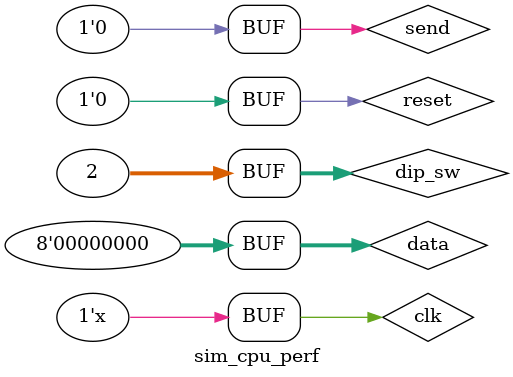
<source format=v>
`timescale 1ns / 1ps


module sim_cpu_perf(

    );
    reg [7:0] data;
    wire busy;
    reg start;
    reg send;
    reg clk;
    reg reset;
    parameter HALF_CYCLE = 10;
    always #HALF_CYCLE begin
        clk = ~clk;
    end
    wire [31:0]base_ram_data;
    wire[19:0] base_ram_addr;
    wire[3:0] base_ram_be_n;
    wire base_ram_ce_n;
    wire base_ram_oe_n;
    wire base_ram_we_n;
    
    wire[31:0] ext_ram_data;
    wire[19:0] ext_ram_addr;
    wire[3:0] ext_ram_be_n;
    wire ext_ram_ce_n;
    wire ext_ram_oe_n;
    wire ext_ram_we_n;
    reg [31:0]dip_sw;
    wire txd;
    wire [15:0] leds;
    wire  rxd;
    ram #(.lab(4), .ADDR_WIDTH(20)) 
    base_ram(
    .ram_data(base_ram_data),  
    .ram_addr(base_ram_addr), 
    .ram_be_n(base_ram_be_n),
    .ram_ce_n(base_ram_ce_n),       
    .ram_oe_n(base_ram_oe_n),       
    .ram_we_n(base_ram_we_n),       
    .clk(clk)
    );
    
    ram #(.lab(4), .ADDR_WIDTH(20))
    ext_ram(
    .ram_data(ext_ram_data),  
    .ram_addr(ext_ram_addr), 
    .ram_be_n(ext_ram_be_n),
    .ram_ce_n(ext_ram_ce_n),       
    .ram_oe_n(ext_ram_oe_n),       
    .ram_we_n(ext_ram_we_n),       
    .clk(clk)
    );
    
    
    cpu CPU(
    .clk_50M(clk),           //50MHz Ê±ÖÓÊäÈë
    .clk_11M0592(clk),
    .clock_btn(clk),
    .reset_btn(reset),
    .dip_sw(dip_sw),
    .leds(leds),

    //BaseRAMÐÅºÅ
    .base_ram_data(base_ram_data),  //BaseRAMÊý¾Ý£¬µÍ8Î»ÓëCPLD´®¿Ú¿ØÖÆÆ÷¹²Ïí
    .base_ram_addr(base_ram_addr), //BaseRAMµØÖ·
    .base_ram_be_n(base_ram_be_n),  //BaseRAM×Ö½ÚÊ¹ÄÜ£¬µÍÓÐÐ§¡£Èç¹û²»Ê¹ÓÃ×Ö½ÚÊ¹ÄÜ£¬Çë±£³ÖÎª0
    .base_ram_ce_n(base_ram_ce_n),       //BaseRAMÆ¬Ñ¡£¬µÍÓÐÐ§
    .base_ram_oe_n(base_ram_oe_n),       //BaseRAM¶ÁÊ¹ÄÜ£¬µÍÓÐÐ§
    .base_ram_we_n(base_ram_we_n),       //BaseRAMÐ´Ê¹ÄÜ£¬µÍÓÐÐ§

    //ExtRAMÐÅºÅ
    .ext_ram_data(ext_ram_data),  //ExtRAMÊý¾Ý
    .ext_ram_addr(ext_ram_addr), //ExtRAMµØÖ·
    .ext_ram_be_n(ext_ram_be_n),  //ExtRAM×Ö½ÚÊ¹ÄÜ£¬µÍÓÐÐ§¡£Èç¹û²»Ê¹ÓÃ×Ö½ÚÊ¹ÄÜ£¬Çë±£³ÖÎª0
    .ext_ram_ce_n(ext_ram_ce_n),       //ExtRAMÆ¬Ñ¡£¬µÍÓÐÐ§
    .ext_ram_oe_n(ext_ram_oe_n),       //ExtRAM¶ÁÊ¹ÄÜ£¬µÍÓÐÐ§
    .ext_ram_we_n(ext_ram_we_n),      //ExtRAMÐ´Ê¹ÄÜ£¬µÍÓÐÐ§
    
    .txd(txd),  //Ö±Á¬´®¿Ú·¢ËÍ¶Ë
    .rxd(rxd)  //Ö±Á¬´®¿Ú½ÓÊÕ¶Ë
    );
    
    async_transmitter #(.ClkFrequency(50000000),.Baud(9600)) //·¢ËÍÄ£¿é£¬9600ÎÞ¼ìÑéÎ»
        ext_uart_t(
            .clk(clk),                  //Íâ²¿Ê±ÖÓÐÅºÅ
            .TxD(rxd),                      //´®ÐÐÐÅºÅÊä³ö
            .TxD_busy(busy),       //·¢ËÍÆ÷Ã¦×´Ì¬Ö¸Ê¾
            .TxD_start(start),    //¿ªÊ¼·¢ËÍÐÅºÅ
            .TxD_data(data)        //´ý·¢ËÍµÄÊý¾Ý
    );
    always @(posedge clk) begin //½«WD·¢ËÍ³öÈ¥
        if(!busy&&send)begin 
            start <= 1;
        end else begin 
            start <= 0;
        end
    end
    initial begin
        reset=0;
        clk=0;
        dip_sw=0;
        dip_sw[1]=1'b1;
        data=0;
        send=0;
        #5
        reset=1;
        #100
        reset=0;

    end
endmodule

</source>
